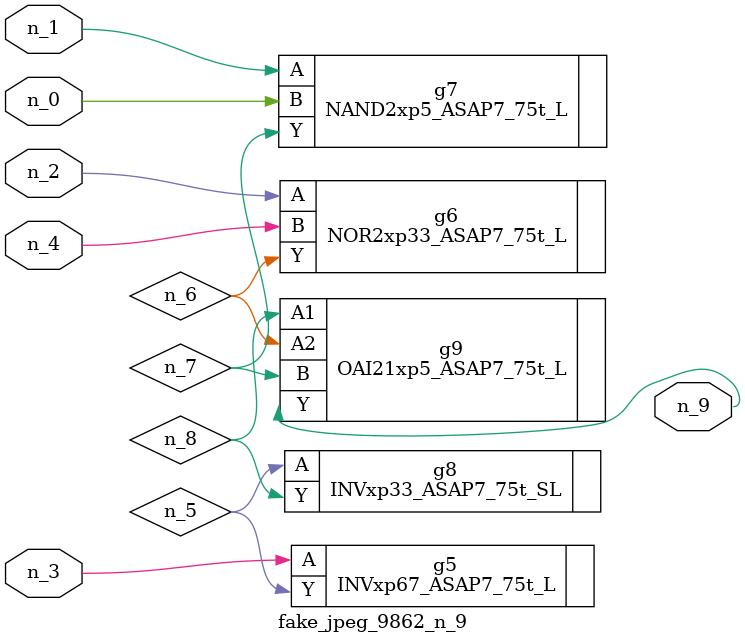
<source format=v>
module fake_jpeg_9862_n_9 (n_3, n_2, n_1, n_0, n_4, n_9);

input n_3;
input n_2;
input n_1;
input n_0;
input n_4;

output n_9;

wire n_8;
wire n_6;
wire n_5;
wire n_7;

INVxp67_ASAP7_75t_L g5 ( 
.A(n_3),
.Y(n_5)
);

NOR2xp33_ASAP7_75t_L g6 ( 
.A(n_2),
.B(n_4),
.Y(n_6)
);

NAND2xp5_ASAP7_75t_L g7 ( 
.A(n_1),
.B(n_0),
.Y(n_7)
);

INVxp33_ASAP7_75t_SL g8 ( 
.A(n_5),
.Y(n_8)
);

OAI21xp5_ASAP7_75t_L g9 ( 
.A1(n_8),
.A2(n_6),
.B(n_7),
.Y(n_9)
);


endmodule
</source>
